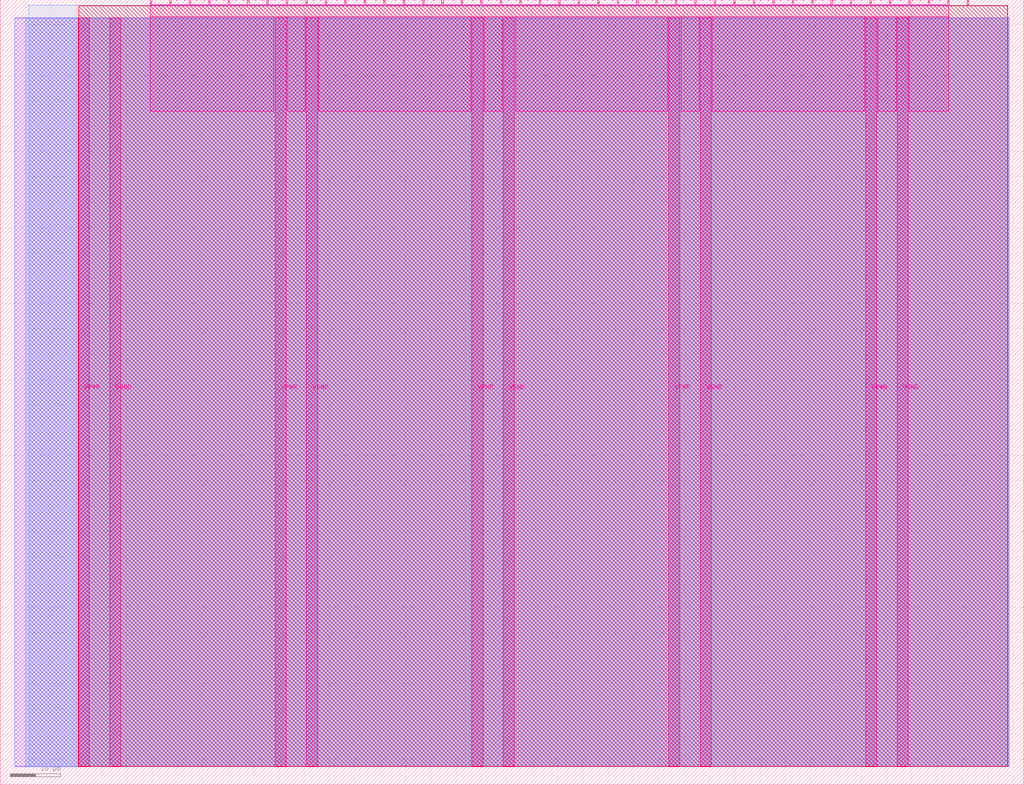
<source format=lef>
VERSION 5.7 ;
  NOWIREEXTENSIONATPIN ON ;
  DIVIDERCHAR "/" ;
  BUSBITCHARS "[]" ;
MACRO tt_um_digital_clock_example
  CLASS BLOCK ;
  FOREIGN tt_um_digital_clock_example ;
  ORIGIN 0.000 0.000 ;
  SIZE 202.080 BY 154.980 ;
  PIN VGND
    DIRECTION INOUT ;
    USE GROUND ;
    PORT
      LAYER Metal5 ;
        RECT 21.580 3.560 23.780 151.420 ;
    END
    PORT
      LAYER Metal5 ;
        RECT 60.450 3.560 62.650 151.420 ;
    END
    PORT
      LAYER Metal5 ;
        RECT 99.320 3.560 101.520 151.420 ;
    END
    PORT
      LAYER Metal5 ;
        RECT 138.190 3.560 140.390 151.420 ;
    END
    PORT
      LAYER Metal5 ;
        RECT 177.060 3.560 179.260 151.420 ;
    END
  END VGND
  PIN VPWR
    DIRECTION INOUT ;
    USE POWER ;
    PORT
      LAYER Metal5 ;
        RECT 15.380 3.560 17.580 151.420 ;
    END
    PORT
      LAYER Metal5 ;
        RECT 54.250 3.560 56.450 151.420 ;
    END
    PORT
      LAYER Metal5 ;
        RECT 93.120 3.560 95.320 151.420 ;
    END
    PORT
      LAYER Metal5 ;
        RECT 131.990 3.560 134.190 151.420 ;
    END
    PORT
      LAYER Metal5 ;
        RECT 170.860 3.560 173.060 151.420 ;
    END
  END VPWR
  PIN clk
    DIRECTION INPUT ;
    USE SIGNAL ;
    ANTENNAGATEAREA 0.426400 ;
    PORT
      LAYER Metal5 ;
        RECT 187.050 153.980 187.350 154.980 ;
    END
  END clk
  PIN ena
    DIRECTION INPUT ;
    USE SIGNAL ;
    PORT
      LAYER Metal5 ;
        RECT 190.890 153.980 191.190 154.980 ;
    END
  END ena
  PIN rst_n
    DIRECTION INPUT ;
    USE SIGNAL ;
    ANTENNAGATEAREA 0.180700 ;
    PORT
      LAYER Metal5 ;
        RECT 183.210 153.980 183.510 154.980 ;
    END
  END rst_n
  PIN ui_in[0]
    DIRECTION INPUT ;
    USE SIGNAL ;
    ANTENNAGATEAREA 0.180700 ;
    PORT
      LAYER Metal5 ;
        RECT 179.370 153.980 179.670 154.980 ;
    END
  END ui_in[0]
  PIN ui_in[1]
    DIRECTION INPUT ;
    USE SIGNAL ;
    PORT
      LAYER Metal5 ;
        RECT 175.530 153.980 175.830 154.980 ;
    END
  END ui_in[1]
  PIN ui_in[2]
    DIRECTION INPUT ;
    USE SIGNAL ;
    ANTENNAGATEAREA 0.180700 ;
    PORT
      LAYER Metal5 ;
        RECT 171.690 153.980 171.990 154.980 ;
    END
  END ui_in[2]
  PIN ui_in[3]
    DIRECTION INPUT ;
    USE SIGNAL ;
    ANTENNAGATEAREA 0.180700 ;
    PORT
      LAYER Metal5 ;
        RECT 167.850 153.980 168.150 154.980 ;
    END
  END ui_in[3]
  PIN ui_in[4]
    DIRECTION INPUT ;
    USE SIGNAL ;
    ANTENNAGATEAREA 0.180700 ;
    PORT
      LAYER Metal5 ;
        RECT 164.010 153.980 164.310 154.980 ;
    END
  END ui_in[4]
  PIN ui_in[5]
    DIRECTION INPUT ;
    USE SIGNAL ;
    ANTENNAGATEAREA 0.180700 ;
    PORT
      LAYER Metal5 ;
        RECT 160.170 153.980 160.470 154.980 ;
    END
  END ui_in[5]
  PIN ui_in[6]
    DIRECTION INPUT ;
    USE SIGNAL ;
    PORT
      LAYER Metal5 ;
        RECT 156.330 153.980 156.630 154.980 ;
    END
  END ui_in[6]
  PIN ui_in[7]
    DIRECTION INPUT ;
    USE SIGNAL ;
    PORT
      LAYER Metal5 ;
        RECT 152.490 153.980 152.790 154.980 ;
    END
  END ui_in[7]
  PIN uio_in[0]
    DIRECTION INPUT ;
    USE SIGNAL ;
    PORT
      LAYER Metal5 ;
        RECT 148.650 153.980 148.950 154.980 ;
    END
  END uio_in[0]
  PIN uio_in[1]
    DIRECTION INPUT ;
    USE SIGNAL ;
    PORT
      LAYER Metal5 ;
        RECT 144.810 153.980 145.110 154.980 ;
    END
  END uio_in[1]
  PIN uio_in[2]
    DIRECTION INPUT ;
    USE SIGNAL ;
    PORT
      LAYER Metal5 ;
        RECT 140.970 153.980 141.270 154.980 ;
    END
  END uio_in[2]
  PIN uio_in[3]
    DIRECTION INPUT ;
    USE SIGNAL ;
    PORT
      LAYER Metal5 ;
        RECT 137.130 153.980 137.430 154.980 ;
    END
  END uio_in[3]
  PIN uio_in[4]
    DIRECTION INPUT ;
    USE SIGNAL ;
    PORT
      LAYER Metal5 ;
        RECT 133.290 153.980 133.590 154.980 ;
    END
  END uio_in[4]
  PIN uio_in[5]
    DIRECTION INPUT ;
    USE SIGNAL ;
    PORT
      LAYER Metal5 ;
        RECT 129.450 153.980 129.750 154.980 ;
    END
  END uio_in[5]
  PIN uio_in[6]
    DIRECTION INPUT ;
    USE SIGNAL ;
    PORT
      LAYER Metal5 ;
        RECT 125.610 153.980 125.910 154.980 ;
    END
  END uio_in[6]
  PIN uio_in[7]
    DIRECTION INPUT ;
    USE SIGNAL ;
    PORT
      LAYER Metal5 ;
        RECT 121.770 153.980 122.070 154.980 ;
    END
  END uio_in[7]
  PIN uio_oe[0]
    DIRECTION OUTPUT ;
    USE SIGNAL ;
    ANTENNADIFFAREA 0.392700 ;
    PORT
      LAYER Metal5 ;
        RECT 56.490 153.980 56.790 154.980 ;
    END
  END uio_oe[0]
  PIN uio_oe[1]
    DIRECTION OUTPUT ;
    USE SIGNAL ;
    ANTENNADIFFAREA 0.392700 ;
    PORT
      LAYER Metal5 ;
        RECT 52.650 153.980 52.950 154.980 ;
    END
  END uio_oe[1]
  PIN uio_oe[2]
    DIRECTION OUTPUT ;
    USE SIGNAL ;
    ANTENNADIFFAREA 0.299200 ;
    PORT
      LAYER Metal5 ;
        RECT 48.810 153.980 49.110 154.980 ;
    END
  END uio_oe[2]
  PIN uio_oe[3]
    DIRECTION OUTPUT ;
    USE SIGNAL ;
    ANTENNADIFFAREA 0.392700 ;
    PORT
      LAYER Metal5 ;
        RECT 44.970 153.980 45.270 154.980 ;
    END
  END uio_oe[3]
  PIN uio_oe[4]
    DIRECTION OUTPUT ;
    USE SIGNAL ;
    ANTENNADIFFAREA 0.299200 ;
    PORT
      LAYER Metal5 ;
        RECT 41.130 153.980 41.430 154.980 ;
    END
  END uio_oe[4]
  PIN uio_oe[5]
    DIRECTION OUTPUT ;
    USE SIGNAL ;
    ANTENNADIFFAREA 0.299200 ;
    PORT
      LAYER Metal5 ;
        RECT 37.290 153.980 37.590 154.980 ;
    END
  END uio_oe[5]
  PIN uio_oe[6]
    DIRECTION OUTPUT ;
    USE SIGNAL ;
    ANTENNADIFFAREA 0.299200 ;
    PORT
      LAYER Metal5 ;
        RECT 33.450 153.980 33.750 154.980 ;
    END
  END uio_oe[6]
  PIN uio_oe[7]
    DIRECTION OUTPUT ;
    USE SIGNAL ;
    ANTENNADIFFAREA 0.299200 ;
    PORT
      LAYER Metal5 ;
        RECT 29.610 153.980 29.910 154.980 ;
    END
  END uio_oe[7]
  PIN uio_out[0]
    DIRECTION OUTPUT ;
    USE SIGNAL ;
    ANTENNADIFFAREA 0.654800 ;
    PORT
      LAYER Metal5 ;
        RECT 87.210 153.980 87.510 154.980 ;
    END
  END uio_out[0]
  PIN uio_out[1]
    DIRECTION OUTPUT ;
    USE SIGNAL ;
    ANTENNADIFFAREA 0.654800 ;
    PORT
      LAYER Metal5 ;
        RECT 83.370 153.980 83.670 154.980 ;
    END
  END uio_out[1]
  PIN uio_out[2]
    DIRECTION OUTPUT ;
    USE SIGNAL ;
    ANTENNADIFFAREA 0.299200 ;
    PORT
      LAYER Metal5 ;
        RECT 79.530 153.980 79.830 154.980 ;
    END
  END uio_out[2]
  PIN uio_out[3]
    DIRECTION OUTPUT ;
    USE SIGNAL ;
    ANTENNADIFFAREA 0.654800 ;
    PORT
      LAYER Metal5 ;
        RECT 75.690 153.980 75.990 154.980 ;
    END
  END uio_out[3]
  PIN uio_out[4]
    DIRECTION OUTPUT ;
    USE SIGNAL ;
    ANTENNADIFFAREA 0.299200 ;
    PORT
      LAYER Metal5 ;
        RECT 71.850 153.980 72.150 154.980 ;
    END
  END uio_out[4]
  PIN uio_out[5]
    DIRECTION OUTPUT ;
    USE SIGNAL ;
    ANTENNADIFFAREA 0.299200 ;
    PORT
      LAYER Metal5 ;
        RECT 68.010 153.980 68.310 154.980 ;
    END
  END uio_out[5]
  PIN uio_out[6]
    DIRECTION OUTPUT ;
    USE SIGNAL ;
    ANTENNADIFFAREA 0.299200 ;
    PORT
      LAYER Metal5 ;
        RECT 64.170 153.980 64.470 154.980 ;
    END
  END uio_out[6]
  PIN uio_out[7]
    DIRECTION OUTPUT ;
    USE SIGNAL ;
    ANTENNADIFFAREA 0.299200 ;
    PORT
      LAYER Metal5 ;
        RECT 60.330 153.980 60.630 154.980 ;
    END
  END uio_out[7]
  PIN uo_out[0]
    DIRECTION OUTPUT ;
    USE SIGNAL ;
    ANTENNADIFFAREA 0.299200 ;
    PORT
      LAYER Metal5 ;
        RECT 117.930 153.980 118.230 154.980 ;
    END
  END uo_out[0]
  PIN uo_out[1]
    DIRECTION OUTPUT ;
    USE SIGNAL ;
    ANTENNADIFFAREA 0.299200 ;
    PORT
      LAYER Metal5 ;
        RECT 114.090 153.980 114.390 154.980 ;
    END
  END uo_out[1]
  PIN uo_out[2]
    DIRECTION OUTPUT ;
    USE SIGNAL ;
    ANTENNADIFFAREA 0.299200 ;
    PORT
      LAYER Metal5 ;
        RECT 110.250 153.980 110.550 154.980 ;
    END
  END uo_out[2]
  PIN uo_out[3]
    DIRECTION OUTPUT ;
    USE SIGNAL ;
    ANTENNADIFFAREA 0.299200 ;
    PORT
      LAYER Metal5 ;
        RECT 106.410 153.980 106.710 154.980 ;
    END
  END uo_out[3]
  PIN uo_out[4]
    DIRECTION OUTPUT ;
    USE SIGNAL ;
    ANTENNADIFFAREA 0.299200 ;
    PORT
      LAYER Metal5 ;
        RECT 102.570 153.980 102.870 154.980 ;
    END
  END uo_out[4]
  PIN uo_out[5]
    DIRECTION OUTPUT ;
    USE SIGNAL ;
    ANTENNADIFFAREA 0.299200 ;
    PORT
      LAYER Metal5 ;
        RECT 98.730 153.980 99.030 154.980 ;
    END
  END uo_out[5]
  PIN uo_out[6]
    DIRECTION OUTPUT ;
    USE SIGNAL ;
    ANTENNADIFFAREA 0.299200 ;
    PORT
      LAYER Metal5 ;
        RECT 94.890 153.980 95.190 154.980 ;
    END
  END uo_out[6]
  PIN uo_out[7]
    DIRECTION OUTPUT ;
    USE SIGNAL ;
    ANTENNADIFFAREA 0.299200 ;
    PORT
      LAYER Metal5 ;
        RECT 91.050 153.980 91.350 154.980 ;
    END
  END uo_out[7]
  OBS
      LAYER GatPoly ;
        RECT 2.880 3.630 199.200 151.350 ;
      LAYER Metal1 ;
        RECT 2.880 3.560 199.200 151.420 ;
      LAYER Metal2 ;
        RECT 5.005 3.680 198.995 151.300 ;
      LAYER Metal3 ;
        RECT 5.660 3.635 198.820 153.865 ;
      LAYER Metal4 ;
        RECT 15.515 3.680 198.865 153.820 ;
      LAYER Metal5 ;
        RECT 30.120 153.770 33.240 153.980 ;
        RECT 33.960 153.770 37.080 153.980 ;
        RECT 37.800 153.770 40.920 153.980 ;
        RECT 41.640 153.770 44.760 153.980 ;
        RECT 45.480 153.770 48.600 153.980 ;
        RECT 49.320 153.770 52.440 153.980 ;
        RECT 53.160 153.770 56.280 153.980 ;
        RECT 57.000 153.770 60.120 153.980 ;
        RECT 60.840 153.770 63.960 153.980 ;
        RECT 64.680 153.770 67.800 153.980 ;
        RECT 68.520 153.770 71.640 153.980 ;
        RECT 72.360 153.770 75.480 153.980 ;
        RECT 76.200 153.770 79.320 153.980 ;
        RECT 80.040 153.770 83.160 153.980 ;
        RECT 83.880 153.770 87.000 153.980 ;
        RECT 87.720 153.770 90.840 153.980 ;
        RECT 91.560 153.770 94.680 153.980 ;
        RECT 95.400 153.770 98.520 153.980 ;
        RECT 99.240 153.770 102.360 153.980 ;
        RECT 103.080 153.770 106.200 153.980 ;
        RECT 106.920 153.770 110.040 153.980 ;
        RECT 110.760 153.770 113.880 153.980 ;
        RECT 114.600 153.770 117.720 153.980 ;
        RECT 118.440 153.770 121.560 153.980 ;
        RECT 122.280 153.770 125.400 153.980 ;
        RECT 126.120 153.770 129.240 153.980 ;
        RECT 129.960 153.770 133.080 153.980 ;
        RECT 133.800 153.770 136.920 153.980 ;
        RECT 137.640 153.770 140.760 153.980 ;
        RECT 141.480 153.770 144.600 153.980 ;
        RECT 145.320 153.770 148.440 153.980 ;
        RECT 149.160 153.770 152.280 153.980 ;
        RECT 153.000 153.770 156.120 153.980 ;
        RECT 156.840 153.770 159.960 153.980 ;
        RECT 160.680 153.770 163.800 153.980 ;
        RECT 164.520 153.770 167.640 153.980 ;
        RECT 168.360 153.770 171.480 153.980 ;
        RECT 172.200 153.770 175.320 153.980 ;
        RECT 176.040 153.770 179.160 153.980 ;
        RECT 179.880 153.770 183.000 153.980 ;
        RECT 183.720 153.770 186.840 153.980 ;
        RECT 29.660 151.630 187.300 153.770 ;
        RECT 29.660 132.995 54.040 151.630 ;
        RECT 56.660 132.995 60.240 151.630 ;
        RECT 62.860 132.995 92.910 151.630 ;
        RECT 95.530 132.995 99.110 151.630 ;
        RECT 101.730 132.995 131.780 151.630 ;
        RECT 134.400 132.995 137.980 151.630 ;
        RECT 140.600 132.995 170.650 151.630 ;
        RECT 173.270 132.995 176.850 151.630 ;
        RECT 179.470 132.995 187.300 151.630 ;
  END
END tt_um_digital_clock_example
END LIBRARY


</source>
